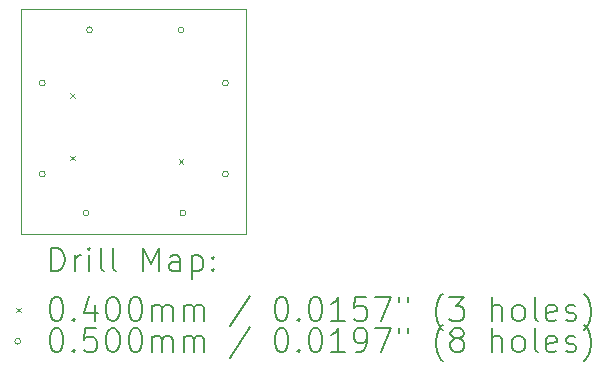
<source format=gbr>
%FSLAX45Y45*%
G04 Gerber Fmt 4.5, Leading zero omitted, Abs format (unit mm)*
G04 Created by KiCad (PCBNEW (6.0.2-0)) date 2022-08-03 13:24:26*
%MOMM*%
%LPD*%
G01*
G04 APERTURE LIST*
%TA.AperFunction,Profile*%
%ADD10C,0.100000*%
%TD*%
%ADD11C,0.200000*%
%ADD12C,0.040000*%
%ADD13C,0.050000*%
G04 APERTURE END LIST*
D10*
X9047000Y-10952000D02*
X10953000Y-10952000D01*
X10953000Y-10952000D02*
X10953000Y-9047000D01*
X10953000Y-9047000D02*
X9047000Y-9047000D01*
X9047000Y-9047000D02*
X9047000Y-10952000D01*
D11*
D12*
X9460000Y-9760000D02*
X9500000Y-9800000D01*
X9500000Y-9760000D02*
X9460000Y-9800000D01*
X9460000Y-10290000D02*
X9500000Y-10330000D01*
X9500000Y-10290000D02*
X9460000Y-10330000D01*
X10380000Y-10320000D02*
X10420000Y-10360000D01*
X10420000Y-10320000D02*
X10380000Y-10360000D01*
D13*
X9250000Y-9675000D02*
G75*
G03*
X9250000Y-9675000I-25000J0D01*
G01*
X9250000Y-10445000D02*
G75*
G03*
X9250000Y-10445000I-25000J0D01*
G01*
X9620000Y-10775000D02*
G75*
G03*
X9620000Y-10775000I-25000J0D01*
G01*
X9650000Y-9225000D02*
G75*
G03*
X9650000Y-9225000I-25000J0D01*
G01*
X10425000Y-9225000D02*
G75*
G03*
X10425000Y-9225000I-25000J0D01*
G01*
X10440000Y-10775000D02*
G75*
G03*
X10440000Y-10775000I-25000J0D01*
G01*
X10800000Y-9675000D02*
G75*
G03*
X10800000Y-9675000I-25000J0D01*
G01*
X10800000Y-10445000D02*
G75*
G03*
X10800000Y-10445000I-25000J0D01*
G01*
D11*
X9299619Y-11267476D02*
X9299619Y-11067476D01*
X9347238Y-11067476D01*
X9375810Y-11077000D01*
X9394857Y-11096048D01*
X9404381Y-11115095D01*
X9413905Y-11153190D01*
X9413905Y-11181762D01*
X9404381Y-11219857D01*
X9394857Y-11238905D01*
X9375810Y-11257952D01*
X9347238Y-11267476D01*
X9299619Y-11267476D01*
X9499619Y-11267476D02*
X9499619Y-11134143D01*
X9499619Y-11172238D02*
X9509143Y-11153190D01*
X9518667Y-11143667D01*
X9537714Y-11134143D01*
X9556762Y-11134143D01*
X9623429Y-11267476D02*
X9623429Y-11134143D01*
X9623429Y-11067476D02*
X9613905Y-11077000D01*
X9623429Y-11086524D01*
X9632952Y-11077000D01*
X9623429Y-11067476D01*
X9623429Y-11086524D01*
X9747238Y-11267476D02*
X9728190Y-11257952D01*
X9718667Y-11238905D01*
X9718667Y-11067476D01*
X9852000Y-11267476D02*
X9832952Y-11257952D01*
X9823429Y-11238905D01*
X9823429Y-11067476D01*
X10080571Y-11267476D02*
X10080571Y-11067476D01*
X10147238Y-11210333D01*
X10213905Y-11067476D01*
X10213905Y-11267476D01*
X10394857Y-11267476D02*
X10394857Y-11162714D01*
X10385333Y-11143667D01*
X10366286Y-11134143D01*
X10328190Y-11134143D01*
X10309143Y-11143667D01*
X10394857Y-11257952D02*
X10375810Y-11267476D01*
X10328190Y-11267476D01*
X10309143Y-11257952D01*
X10299619Y-11238905D01*
X10299619Y-11219857D01*
X10309143Y-11200809D01*
X10328190Y-11191286D01*
X10375810Y-11191286D01*
X10394857Y-11181762D01*
X10490095Y-11134143D02*
X10490095Y-11334143D01*
X10490095Y-11143667D02*
X10509143Y-11134143D01*
X10547238Y-11134143D01*
X10566286Y-11143667D01*
X10575810Y-11153190D01*
X10585333Y-11172238D01*
X10585333Y-11229381D01*
X10575810Y-11248428D01*
X10566286Y-11257952D01*
X10547238Y-11267476D01*
X10509143Y-11267476D01*
X10490095Y-11257952D01*
X10671048Y-11248428D02*
X10680571Y-11257952D01*
X10671048Y-11267476D01*
X10661524Y-11257952D01*
X10671048Y-11248428D01*
X10671048Y-11267476D01*
X10671048Y-11143667D02*
X10680571Y-11153190D01*
X10671048Y-11162714D01*
X10661524Y-11153190D01*
X10671048Y-11143667D01*
X10671048Y-11162714D01*
D12*
X9002000Y-11577000D02*
X9042000Y-11617000D01*
X9042000Y-11577000D02*
X9002000Y-11617000D01*
D11*
X9337714Y-11487476D02*
X9356762Y-11487476D01*
X9375810Y-11497000D01*
X9385333Y-11506524D01*
X9394857Y-11525571D01*
X9404381Y-11563667D01*
X9404381Y-11611286D01*
X9394857Y-11649381D01*
X9385333Y-11668428D01*
X9375810Y-11677952D01*
X9356762Y-11687476D01*
X9337714Y-11687476D01*
X9318667Y-11677952D01*
X9309143Y-11668428D01*
X9299619Y-11649381D01*
X9290095Y-11611286D01*
X9290095Y-11563667D01*
X9299619Y-11525571D01*
X9309143Y-11506524D01*
X9318667Y-11497000D01*
X9337714Y-11487476D01*
X9490095Y-11668428D02*
X9499619Y-11677952D01*
X9490095Y-11687476D01*
X9480571Y-11677952D01*
X9490095Y-11668428D01*
X9490095Y-11687476D01*
X9671048Y-11554143D02*
X9671048Y-11687476D01*
X9623429Y-11477952D02*
X9575810Y-11620809D01*
X9699619Y-11620809D01*
X9813905Y-11487476D02*
X9832952Y-11487476D01*
X9852000Y-11497000D01*
X9861524Y-11506524D01*
X9871048Y-11525571D01*
X9880571Y-11563667D01*
X9880571Y-11611286D01*
X9871048Y-11649381D01*
X9861524Y-11668428D01*
X9852000Y-11677952D01*
X9832952Y-11687476D01*
X9813905Y-11687476D01*
X9794857Y-11677952D01*
X9785333Y-11668428D01*
X9775810Y-11649381D01*
X9766286Y-11611286D01*
X9766286Y-11563667D01*
X9775810Y-11525571D01*
X9785333Y-11506524D01*
X9794857Y-11497000D01*
X9813905Y-11487476D01*
X10004381Y-11487476D02*
X10023429Y-11487476D01*
X10042476Y-11497000D01*
X10052000Y-11506524D01*
X10061524Y-11525571D01*
X10071048Y-11563667D01*
X10071048Y-11611286D01*
X10061524Y-11649381D01*
X10052000Y-11668428D01*
X10042476Y-11677952D01*
X10023429Y-11687476D01*
X10004381Y-11687476D01*
X9985333Y-11677952D01*
X9975810Y-11668428D01*
X9966286Y-11649381D01*
X9956762Y-11611286D01*
X9956762Y-11563667D01*
X9966286Y-11525571D01*
X9975810Y-11506524D01*
X9985333Y-11497000D01*
X10004381Y-11487476D01*
X10156762Y-11687476D02*
X10156762Y-11554143D01*
X10156762Y-11573190D02*
X10166286Y-11563667D01*
X10185333Y-11554143D01*
X10213905Y-11554143D01*
X10232952Y-11563667D01*
X10242476Y-11582714D01*
X10242476Y-11687476D01*
X10242476Y-11582714D02*
X10252000Y-11563667D01*
X10271048Y-11554143D01*
X10299619Y-11554143D01*
X10318667Y-11563667D01*
X10328190Y-11582714D01*
X10328190Y-11687476D01*
X10423429Y-11687476D02*
X10423429Y-11554143D01*
X10423429Y-11573190D02*
X10432952Y-11563667D01*
X10452000Y-11554143D01*
X10480571Y-11554143D01*
X10499619Y-11563667D01*
X10509143Y-11582714D01*
X10509143Y-11687476D01*
X10509143Y-11582714D02*
X10518667Y-11563667D01*
X10537714Y-11554143D01*
X10566286Y-11554143D01*
X10585333Y-11563667D01*
X10594857Y-11582714D01*
X10594857Y-11687476D01*
X10985333Y-11477952D02*
X10813905Y-11735095D01*
X11242476Y-11487476D02*
X11261524Y-11487476D01*
X11280571Y-11497000D01*
X11290095Y-11506524D01*
X11299619Y-11525571D01*
X11309143Y-11563667D01*
X11309143Y-11611286D01*
X11299619Y-11649381D01*
X11290095Y-11668428D01*
X11280571Y-11677952D01*
X11261524Y-11687476D01*
X11242476Y-11687476D01*
X11223428Y-11677952D01*
X11213905Y-11668428D01*
X11204381Y-11649381D01*
X11194857Y-11611286D01*
X11194857Y-11563667D01*
X11204381Y-11525571D01*
X11213905Y-11506524D01*
X11223428Y-11497000D01*
X11242476Y-11487476D01*
X11394857Y-11668428D02*
X11404381Y-11677952D01*
X11394857Y-11687476D01*
X11385333Y-11677952D01*
X11394857Y-11668428D01*
X11394857Y-11687476D01*
X11528190Y-11487476D02*
X11547238Y-11487476D01*
X11566286Y-11497000D01*
X11575809Y-11506524D01*
X11585333Y-11525571D01*
X11594857Y-11563667D01*
X11594857Y-11611286D01*
X11585333Y-11649381D01*
X11575809Y-11668428D01*
X11566286Y-11677952D01*
X11547238Y-11687476D01*
X11528190Y-11687476D01*
X11509143Y-11677952D01*
X11499619Y-11668428D01*
X11490095Y-11649381D01*
X11480571Y-11611286D01*
X11480571Y-11563667D01*
X11490095Y-11525571D01*
X11499619Y-11506524D01*
X11509143Y-11497000D01*
X11528190Y-11487476D01*
X11785333Y-11687476D02*
X11671048Y-11687476D01*
X11728190Y-11687476D02*
X11728190Y-11487476D01*
X11709143Y-11516048D01*
X11690095Y-11535095D01*
X11671048Y-11544619D01*
X11966286Y-11487476D02*
X11871048Y-11487476D01*
X11861524Y-11582714D01*
X11871048Y-11573190D01*
X11890095Y-11563667D01*
X11937714Y-11563667D01*
X11956762Y-11573190D01*
X11966286Y-11582714D01*
X11975809Y-11601762D01*
X11975809Y-11649381D01*
X11966286Y-11668428D01*
X11956762Y-11677952D01*
X11937714Y-11687476D01*
X11890095Y-11687476D01*
X11871048Y-11677952D01*
X11861524Y-11668428D01*
X12042476Y-11487476D02*
X12175809Y-11487476D01*
X12090095Y-11687476D01*
X12242476Y-11487476D02*
X12242476Y-11525571D01*
X12318667Y-11487476D02*
X12318667Y-11525571D01*
X12613905Y-11763667D02*
X12604381Y-11754143D01*
X12585333Y-11725571D01*
X12575809Y-11706524D01*
X12566286Y-11677952D01*
X12556762Y-11630333D01*
X12556762Y-11592238D01*
X12566286Y-11544619D01*
X12575809Y-11516048D01*
X12585333Y-11497000D01*
X12604381Y-11468428D01*
X12613905Y-11458905D01*
X12671048Y-11487476D02*
X12794857Y-11487476D01*
X12728190Y-11563667D01*
X12756762Y-11563667D01*
X12775809Y-11573190D01*
X12785333Y-11582714D01*
X12794857Y-11601762D01*
X12794857Y-11649381D01*
X12785333Y-11668428D01*
X12775809Y-11677952D01*
X12756762Y-11687476D01*
X12699619Y-11687476D01*
X12680571Y-11677952D01*
X12671048Y-11668428D01*
X13032952Y-11687476D02*
X13032952Y-11487476D01*
X13118667Y-11687476D02*
X13118667Y-11582714D01*
X13109143Y-11563667D01*
X13090095Y-11554143D01*
X13061524Y-11554143D01*
X13042476Y-11563667D01*
X13032952Y-11573190D01*
X13242476Y-11687476D02*
X13223428Y-11677952D01*
X13213905Y-11668428D01*
X13204381Y-11649381D01*
X13204381Y-11592238D01*
X13213905Y-11573190D01*
X13223428Y-11563667D01*
X13242476Y-11554143D01*
X13271048Y-11554143D01*
X13290095Y-11563667D01*
X13299619Y-11573190D01*
X13309143Y-11592238D01*
X13309143Y-11649381D01*
X13299619Y-11668428D01*
X13290095Y-11677952D01*
X13271048Y-11687476D01*
X13242476Y-11687476D01*
X13423428Y-11687476D02*
X13404381Y-11677952D01*
X13394857Y-11658905D01*
X13394857Y-11487476D01*
X13575809Y-11677952D02*
X13556762Y-11687476D01*
X13518667Y-11687476D01*
X13499619Y-11677952D01*
X13490095Y-11658905D01*
X13490095Y-11582714D01*
X13499619Y-11563667D01*
X13518667Y-11554143D01*
X13556762Y-11554143D01*
X13575809Y-11563667D01*
X13585333Y-11582714D01*
X13585333Y-11601762D01*
X13490095Y-11620809D01*
X13661524Y-11677952D02*
X13680571Y-11687476D01*
X13718667Y-11687476D01*
X13737714Y-11677952D01*
X13747238Y-11658905D01*
X13747238Y-11649381D01*
X13737714Y-11630333D01*
X13718667Y-11620809D01*
X13690095Y-11620809D01*
X13671048Y-11611286D01*
X13661524Y-11592238D01*
X13661524Y-11582714D01*
X13671048Y-11563667D01*
X13690095Y-11554143D01*
X13718667Y-11554143D01*
X13737714Y-11563667D01*
X13813905Y-11763667D02*
X13823428Y-11754143D01*
X13842476Y-11725571D01*
X13852000Y-11706524D01*
X13861524Y-11677952D01*
X13871048Y-11630333D01*
X13871048Y-11592238D01*
X13861524Y-11544619D01*
X13852000Y-11516048D01*
X13842476Y-11497000D01*
X13823428Y-11468428D01*
X13813905Y-11458905D01*
D13*
X9042000Y-11861000D02*
G75*
G03*
X9042000Y-11861000I-25000J0D01*
G01*
D11*
X9337714Y-11751476D02*
X9356762Y-11751476D01*
X9375810Y-11761000D01*
X9385333Y-11770524D01*
X9394857Y-11789571D01*
X9404381Y-11827667D01*
X9404381Y-11875286D01*
X9394857Y-11913381D01*
X9385333Y-11932428D01*
X9375810Y-11941952D01*
X9356762Y-11951476D01*
X9337714Y-11951476D01*
X9318667Y-11941952D01*
X9309143Y-11932428D01*
X9299619Y-11913381D01*
X9290095Y-11875286D01*
X9290095Y-11827667D01*
X9299619Y-11789571D01*
X9309143Y-11770524D01*
X9318667Y-11761000D01*
X9337714Y-11751476D01*
X9490095Y-11932428D02*
X9499619Y-11941952D01*
X9490095Y-11951476D01*
X9480571Y-11941952D01*
X9490095Y-11932428D01*
X9490095Y-11951476D01*
X9680571Y-11751476D02*
X9585333Y-11751476D01*
X9575810Y-11846714D01*
X9585333Y-11837190D01*
X9604381Y-11827667D01*
X9652000Y-11827667D01*
X9671048Y-11837190D01*
X9680571Y-11846714D01*
X9690095Y-11865762D01*
X9690095Y-11913381D01*
X9680571Y-11932428D01*
X9671048Y-11941952D01*
X9652000Y-11951476D01*
X9604381Y-11951476D01*
X9585333Y-11941952D01*
X9575810Y-11932428D01*
X9813905Y-11751476D02*
X9832952Y-11751476D01*
X9852000Y-11761000D01*
X9861524Y-11770524D01*
X9871048Y-11789571D01*
X9880571Y-11827667D01*
X9880571Y-11875286D01*
X9871048Y-11913381D01*
X9861524Y-11932428D01*
X9852000Y-11941952D01*
X9832952Y-11951476D01*
X9813905Y-11951476D01*
X9794857Y-11941952D01*
X9785333Y-11932428D01*
X9775810Y-11913381D01*
X9766286Y-11875286D01*
X9766286Y-11827667D01*
X9775810Y-11789571D01*
X9785333Y-11770524D01*
X9794857Y-11761000D01*
X9813905Y-11751476D01*
X10004381Y-11751476D02*
X10023429Y-11751476D01*
X10042476Y-11761000D01*
X10052000Y-11770524D01*
X10061524Y-11789571D01*
X10071048Y-11827667D01*
X10071048Y-11875286D01*
X10061524Y-11913381D01*
X10052000Y-11932428D01*
X10042476Y-11941952D01*
X10023429Y-11951476D01*
X10004381Y-11951476D01*
X9985333Y-11941952D01*
X9975810Y-11932428D01*
X9966286Y-11913381D01*
X9956762Y-11875286D01*
X9956762Y-11827667D01*
X9966286Y-11789571D01*
X9975810Y-11770524D01*
X9985333Y-11761000D01*
X10004381Y-11751476D01*
X10156762Y-11951476D02*
X10156762Y-11818143D01*
X10156762Y-11837190D02*
X10166286Y-11827667D01*
X10185333Y-11818143D01*
X10213905Y-11818143D01*
X10232952Y-11827667D01*
X10242476Y-11846714D01*
X10242476Y-11951476D01*
X10242476Y-11846714D02*
X10252000Y-11827667D01*
X10271048Y-11818143D01*
X10299619Y-11818143D01*
X10318667Y-11827667D01*
X10328190Y-11846714D01*
X10328190Y-11951476D01*
X10423429Y-11951476D02*
X10423429Y-11818143D01*
X10423429Y-11837190D02*
X10432952Y-11827667D01*
X10452000Y-11818143D01*
X10480571Y-11818143D01*
X10499619Y-11827667D01*
X10509143Y-11846714D01*
X10509143Y-11951476D01*
X10509143Y-11846714D02*
X10518667Y-11827667D01*
X10537714Y-11818143D01*
X10566286Y-11818143D01*
X10585333Y-11827667D01*
X10594857Y-11846714D01*
X10594857Y-11951476D01*
X10985333Y-11741952D02*
X10813905Y-11999095D01*
X11242476Y-11751476D02*
X11261524Y-11751476D01*
X11280571Y-11761000D01*
X11290095Y-11770524D01*
X11299619Y-11789571D01*
X11309143Y-11827667D01*
X11309143Y-11875286D01*
X11299619Y-11913381D01*
X11290095Y-11932428D01*
X11280571Y-11941952D01*
X11261524Y-11951476D01*
X11242476Y-11951476D01*
X11223428Y-11941952D01*
X11213905Y-11932428D01*
X11204381Y-11913381D01*
X11194857Y-11875286D01*
X11194857Y-11827667D01*
X11204381Y-11789571D01*
X11213905Y-11770524D01*
X11223428Y-11761000D01*
X11242476Y-11751476D01*
X11394857Y-11932428D02*
X11404381Y-11941952D01*
X11394857Y-11951476D01*
X11385333Y-11941952D01*
X11394857Y-11932428D01*
X11394857Y-11951476D01*
X11528190Y-11751476D02*
X11547238Y-11751476D01*
X11566286Y-11761000D01*
X11575809Y-11770524D01*
X11585333Y-11789571D01*
X11594857Y-11827667D01*
X11594857Y-11875286D01*
X11585333Y-11913381D01*
X11575809Y-11932428D01*
X11566286Y-11941952D01*
X11547238Y-11951476D01*
X11528190Y-11951476D01*
X11509143Y-11941952D01*
X11499619Y-11932428D01*
X11490095Y-11913381D01*
X11480571Y-11875286D01*
X11480571Y-11827667D01*
X11490095Y-11789571D01*
X11499619Y-11770524D01*
X11509143Y-11761000D01*
X11528190Y-11751476D01*
X11785333Y-11951476D02*
X11671048Y-11951476D01*
X11728190Y-11951476D02*
X11728190Y-11751476D01*
X11709143Y-11780048D01*
X11690095Y-11799095D01*
X11671048Y-11808619D01*
X11880571Y-11951476D02*
X11918667Y-11951476D01*
X11937714Y-11941952D01*
X11947238Y-11932428D01*
X11966286Y-11903857D01*
X11975809Y-11865762D01*
X11975809Y-11789571D01*
X11966286Y-11770524D01*
X11956762Y-11761000D01*
X11937714Y-11751476D01*
X11899619Y-11751476D01*
X11880571Y-11761000D01*
X11871048Y-11770524D01*
X11861524Y-11789571D01*
X11861524Y-11837190D01*
X11871048Y-11856238D01*
X11880571Y-11865762D01*
X11899619Y-11875286D01*
X11937714Y-11875286D01*
X11956762Y-11865762D01*
X11966286Y-11856238D01*
X11975809Y-11837190D01*
X12042476Y-11751476D02*
X12175809Y-11751476D01*
X12090095Y-11951476D01*
X12242476Y-11751476D02*
X12242476Y-11789571D01*
X12318667Y-11751476D02*
X12318667Y-11789571D01*
X12613905Y-12027667D02*
X12604381Y-12018143D01*
X12585333Y-11989571D01*
X12575809Y-11970524D01*
X12566286Y-11941952D01*
X12556762Y-11894333D01*
X12556762Y-11856238D01*
X12566286Y-11808619D01*
X12575809Y-11780048D01*
X12585333Y-11761000D01*
X12604381Y-11732428D01*
X12613905Y-11722905D01*
X12718667Y-11837190D02*
X12699619Y-11827667D01*
X12690095Y-11818143D01*
X12680571Y-11799095D01*
X12680571Y-11789571D01*
X12690095Y-11770524D01*
X12699619Y-11761000D01*
X12718667Y-11751476D01*
X12756762Y-11751476D01*
X12775809Y-11761000D01*
X12785333Y-11770524D01*
X12794857Y-11789571D01*
X12794857Y-11799095D01*
X12785333Y-11818143D01*
X12775809Y-11827667D01*
X12756762Y-11837190D01*
X12718667Y-11837190D01*
X12699619Y-11846714D01*
X12690095Y-11856238D01*
X12680571Y-11875286D01*
X12680571Y-11913381D01*
X12690095Y-11932428D01*
X12699619Y-11941952D01*
X12718667Y-11951476D01*
X12756762Y-11951476D01*
X12775809Y-11941952D01*
X12785333Y-11932428D01*
X12794857Y-11913381D01*
X12794857Y-11875286D01*
X12785333Y-11856238D01*
X12775809Y-11846714D01*
X12756762Y-11837190D01*
X13032952Y-11951476D02*
X13032952Y-11751476D01*
X13118667Y-11951476D02*
X13118667Y-11846714D01*
X13109143Y-11827667D01*
X13090095Y-11818143D01*
X13061524Y-11818143D01*
X13042476Y-11827667D01*
X13032952Y-11837190D01*
X13242476Y-11951476D02*
X13223428Y-11941952D01*
X13213905Y-11932428D01*
X13204381Y-11913381D01*
X13204381Y-11856238D01*
X13213905Y-11837190D01*
X13223428Y-11827667D01*
X13242476Y-11818143D01*
X13271048Y-11818143D01*
X13290095Y-11827667D01*
X13299619Y-11837190D01*
X13309143Y-11856238D01*
X13309143Y-11913381D01*
X13299619Y-11932428D01*
X13290095Y-11941952D01*
X13271048Y-11951476D01*
X13242476Y-11951476D01*
X13423428Y-11951476D02*
X13404381Y-11941952D01*
X13394857Y-11922905D01*
X13394857Y-11751476D01*
X13575809Y-11941952D02*
X13556762Y-11951476D01*
X13518667Y-11951476D01*
X13499619Y-11941952D01*
X13490095Y-11922905D01*
X13490095Y-11846714D01*
X13499619Y-11827667D01*
X13518667Y-11818143D01*
X13556762Y-11818143D01*
X13575809Y-11827667D01*
X13585333Y-11846714D01*
X13585333Y-11865762D01*
X13490095Y-11884809D01*
X13661524Y-11941952D02*
X13680571Y-11951476D01*
X13718667Y-11951476D01*
X13737714Y-11941952D01*
X13747238Y-11922905D01*
X13747238Y-11913381D01*
X13737714Y-11894333D01*
X13718667Y-11884809D01*
X13690095Y-11884809D01*
X13671048Y-11875286D01*
X13661524Y-11856238D01*
X13661524Y-11846714D01*
X13671048Y-11827667D01*
X13690095Y-11818143D01*
X13718667Y-11818143D01*
X13737714Y-11827667D01*
X13813905Y-12027667D02*
X13823428Y-12018143D01*
X13842476Y-11989571D01*
X13852000Y-11970524D01*
X13861524Y-11941952D01*
X13871048Y-11894333D01*
X13871048Y-11856238D01*
X13861524Y-11808619D01*
X13852000Y-11780048D01*
X13842476Y-11761000D01*
X13823428Y-11732428D01*
X13813905Y-11722905D01*
M02*

</source>
